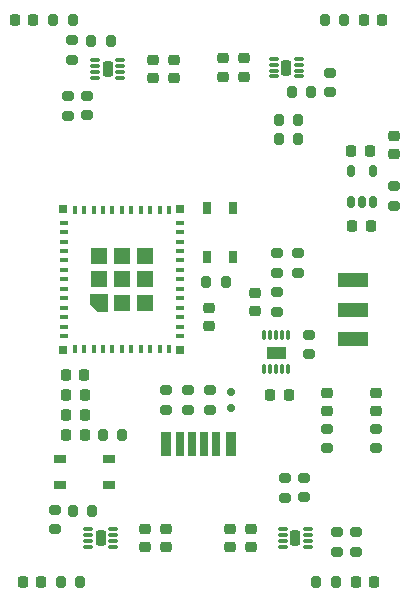
<source format=gbr>
%TF.GenerationSoftware,KiCad,Pcbnew,8.0.2*%
%TF.CreationDate,2024-08-19T18:08:16-05:00*%
%TF.ProjectId,tank,74616e6b-2e6b-4696-9361-645f70636258,rev?*%
%TF.SameCoordinates,Original*%
%TF.FileFunction,Paste,Top*%
%TF.FilePolarity,Positive*%
%FSLAX46Y46*%
G04 Gerber Fmt 4.6, Leading zero omitted, Abs format (unit mm)*
G04 Created by KiCad (PCBNEW 8.0.2) date 2024-08-19 18:08:16*
%MOMM*%
%LPD*%
G01*
G04 APERTURE LIST*
G04 Aperture macros list*
%AMRoundRect*
0 Rectangle with rounded corners*
0 $1 Rounding radius*
0 $2 $3 $4 $5 $6 $7 $8 $9 X,Y pos of 4 corners*
0 Add a 4 corners polygon primitive as box body*
4,1,4,$2,$3,$4,$5,$6,$7,$8,$9,$2,$3,0*
0 Add four circle primitives for the rounded corners*
1,1,$1+$1,$2,$3*
1,1,$1+$1,$4,$5*
1,1,$1+$1,$6,$7*
1,1,$1+$1,$8,$9*
0 Add four rect primitives between the rounded corners*
20,1,$1+$1,$2,$3,$4,$5,0*
20,1,$1+$1,$4,$5,$6,$7,0*
20,1,$1+$1,$6,$7,$8,$9,0*
20,1,$1+$1,$8,$9,$2,$3,0*%
G04 Aperture macros list end*
%ADD10C,0.010000*%
%ADD11R,1.050000X0.650000*%
%ADD12R,0.650000X1.050000*%
%ADD13RoundRect,0.200000X-0.200000X-0.275000X0.200000X-0.275000X0.200000X0.275000X-0.200000X0.275000X0*%
%ADD14RoundRect,0.200000X-0.275000X0.200000X-0.275000X-0.200000X0.275000X-0.200000X0.275000X0.200000X0*%
%ADD15RoundRect,0.200000X0.275000X-0.200000X0.275000X0.200000X-0.275000X0.200000X-0.275000X-0.200000X0*%
%ADD16RoundRect,0.200000X0.200000X0.275000X-0.200000X0.275000X-0.200000X-0.275000X0.200000X-0.275000X0*%
%ADD17RoundRect,0.225000X-0.225000X-0.250000X0.225000X-0.250000X0.225000X0.250000X-0.225000X0.250000X0*%
%ADD18RoundRect,0.225000X0.250000X-0.225000X0.250000X0.225000X-0.250000X0.225000X-0.250000X-0.225000X0*%
%ADD19RoundRect,0.075000X-0.340000X-0.075000X0.340000X-0.075000X0.340000X0.075000X-0.340000X0.075000X0*%
%ADD20RoundRect,0.225000X-0.225000X-0.425000X0.225000X-0.425000X0.225000X0.425000X-0.225000X0.425000X0*%
%ADD21RoundRect,0.175000X-0.175000X-0.325000X0.175000X-0.325000X0.175000X0.325000X-0.175000X0.325000X0*%
%ADD22R,0.400000X0.800000*%
%ADD23R,0.800000X0.400000*%
%ADD24R,1.450000X1.450000*%
%ADD25R,0.700000X0.700000*%
%ADD26RoundRect,0.218750X-0.256250X0.218750X-0.256250X-0.218750X0.256250X-0.218750X0.256250X0.218750X0*%
%ADD27RoundRect,0.225000X0.225000X0.250000X-0.225000X0.250000X-0.225000X-0.250000X0.225000X-0.250000X0*%
%ADD28RoundRect,0.225000X-0.250000X0.225000X-0.250000X-0.225000X0.250000X-0.225000X0.250000X0.225000X0*%
%ADD29R,0.700000X2.000000*%
%ADD30R,0.800000X2.000000*%
%ADD31R,0.900000X2.000000*%
%ADD32RoundRect,0.075000X0.340000X0.075000X-0.340000X0.075000X-0.340000X-0.075000X0.340000X-0.075000X0*%
%ADD33RoundRect,0.225000X0.225000X0.425000X-0.225000X0.425000X-0.225000X-0.425000X0.225000X-0.425000X0*%
%ADD34R,2.500000X1.200000*%
%ADD35RoundRect,0.150000X-0.200000X0.150000X-0.200000X-0.150000X0.200000X-0.150000X0.200000X0.150000X0*%
%ADD36RoundRect,0.075400X-0.054600X-0.344600X0.054600X-0.344600X0.054600X0.344600X-0.054600X0.344600X0*%
G04 APERTURE END LIST*
D10*
%TO.C,U5*%
X177182800Y-112695000D02*
X176332800Y-112695000D01*
X175732800Y-112095000D01*
X175732800Y-111245000D01*
X177182800Y-111245000D01*
X177182800Y-112695000D01*
G36*
X177182800Y-112695000D02*
G01*
X176332800Y-112695000D01*
X175732800Y-112095000D01*
X175732800Y-111245000D01*
X177182800Y-111245000D01*
X177182800Y-112695000D01*
G37*
%TO.C,U7*%
X192233888Y-116680858D02*
X190732600Y-116680858D01*
X190732600Y-115680000D01*
X192233888Y-115680000D01*
X192233888Y-116680858D01*
G36*
X192233888Y-116680858D02*
G01*
X190732600Y-116680858D01*
X190732600Y-115680000D01*
X192233888Y-115680000D01*
X192233888Y-116680858D01*
G37*
%TD*%
D11*
%TO.C,S3*%
X173210400Y-125213800D03*
X177360400Y-125213800D03*
X177360400Y-127363800D03*
X173210400Y-127363800D03*
%TD*%
D12*
%TO.C,S2*%
X185665800Y-108069200D03*
X185665800Y-103919200D03*
X187815800Y-103919200D03*
X187815800Y-108069200D03*
%TD*%
D13*
%TO.C,R30*%
X191707000Y-96469200D03*
X193357000Y-96469200D03*
%TD*%
D14*
%TO.C,R29*%
X192227200Y-126835400D03*
X192227200Y-128485400D03*
%TD*%
%TO.C,R28*%
X193852800Y-126810000D03*
X193852800Y-128460000D03*
%TD*%
D15*
%TO.C,R27*%
X175509400Y-96112600D03*
X175509400Y-94462600D03*
%TD*%
%TO.C,R26*%
X173913800Y-96125800D03*
X173913800Y-94475800D03*
%TD*%
D16*
%TO.C,R10*%
X193357000Y-98069400D03*
X191707000Y-98069400D03*
%TD*%
D17*
%TO.C,D4*%
X169392000Y-88036400D03*
X170942000Y-88036400D03*
%TD*%
D18*
%TO.C,C2*%
X187028400Y-92838000D03*
X187028400Y-91288000D03*
%TD*%
D13*
%TO.C,R12*%
X174891200Y-135610600D03*
X173241200Y-135610600D03*
%TD*%
D15*
%TO.C,R5*%
X172745400Y-129502400D03*
X172745400Y-131152400D03*
%TD*%
D14*
%TO.C,R3*%
X196037200Y-92520000D03*
X196037200Y-94170000D03*
%TD*%
%TO.C,R22*%
X194310000Y-114682000D03*
X194310000Y-116332000D03*
%TD*%
D17*
%TO.C,C15*%
X197853000Y-99085400D03*
X199403000Y-99085400D03*
%TD*%
D19*
%TO.C,U4*%
X192040800Y-131164200D03*
X192040800Y-131664200D03*
X192040800Y-132164200D03*
X192040800Y-132664200D03*
X194170800Y-132664200D03*
X194170800Y-132164200D03*
X194170800Y-131664200D03*
X194170800Y-131164200D03*
D20*
X193115800Y-131914200D03*
%TD*%
D16*
%TO.C,R9*%
X178472600Y-123190000D03*
X176822600Y-123190000D03*
%TD*%
D21*
%TO.C,U6*%
X197820200Y-103458800D03*
X198770200Y-103458800D03*
X199720200Y-103458800D03*
X199720200Y-100858800D03*
X197820200Y-100858800D03*
%TD*%
D14*
%TO.C,R25*%
X201514200Y-102097800D03*
X201514200Y-103747800D03*
%TD*%
D15*
%TO.C,TH1*%
X191542800Y-109448600D03*
X191542800Y-107798600D03*
%TD*%
D18*
%TO.C,C4*%
X188806400Y-92838000D03*
X188806400Y-91288000D03*
%TD*%
%TO.C,C8*%
X189344800Y-132677200D03*
X189344800Y-131127200D03*
%TD*%
D22*
%TO.C,U5*%
X174432800Y-115895000D03*
X175232800Y-115895000D03*
X176032800Y-115895000D03*
X176832800Y-115895000D03*
X177632800Y-115895000D03*
X178432800Y-115895000D03*
X179232800Y-115895000D03*
X180032800Y-115895000D03*
X180832800Y-115895000D03*
X181632800Y-115895000D03*
X182432800Y-115895000D03*
D23*
X183332800Y-114795000D03*
X183332800Y-113995000D03*
X183332800Y-113195000D03*
X183332800Y-112395000D03*
X183332800Y-111595000D03*
X183332800Y-110795000D03*
X183332800Y-109995000D03*
X183332800Y-109195000D03*
X183332800Y-108395000D03*
X183332800Y-107595000D03*
X183332800Y-106795000D03*
X183332800Y-105995000D03*
X183332800Y-105195000D03*
D22*
X182432800Y-104095000D03*
X181632800Y-104095000D03*
X180832800Y-104095000D03*
X180032800Y-104095000D03*
X179232800Y-104095000D03*
X178432800Y-104095000D03*
X177632800Y-104095000D03*
X176832800Y-104095000D03*
X176032800Y-104095000D03*
X175232800Y-104095000D03*
X174432800Y-104095000D03*
D23*
X173532800Y-105195000D03*
X173532800Y-105995000D03*
X173532800Y-106795000D03*
X173532800Y-107595000D03*
X173532800Y-108395000D03*
X173532800Y-109195000D03*
X173532800Y-109995000D03*
X173532800Y-110795000D03*
X173532800Y-111595000D03*
X173532800Y-112395000D03*
X173532800Y-113195000D03*
X173532800Y-113995000D03*
X173532800Y-114795000D03*
D24*
X178432800Y-111970000D03*
X180407800Y-111970000D03*
X176457800Y-109995000D03*
X178432800Y-109995000D03*
X180407800Y-109995000D03*
X176457800Y-108020000D03*
X178432800Y-108020000D03*
X180407800Y-108020000D03*
D25*
X173482800Y-104045000D03*
X183382800Y-104045000D03*
X183382800Y-115945000D03*
X173482800Y-115945000D03*
%TD*%
D26*
%TO.C,D6*%
X201514200Y-97815300D03*
X201514200Y-99390300D03*
%TD*%
D13*
%TO.C,R15*%
X172644000Y-88036400D03*
X174294000Y-88036400D03*
%TD*%
D19*
%TO.C,U2*%
X191287400Y-91313000D03*
X191287400Y-91813000D03*
X191287400Y-92313000D03*
X191287400Y-92813000D03*
X193417400Y-92813000D03*
X193417400Y-92313000D03*
X193417400Y-91813000D03*
X193417400Y-91313000D03*
D20*
X192362400Y-92063000D03*
%TD*%
D16*
%TO.C,R4*%
X194457400Y-94095000D03*
X192807400Y-94095000D03*
%TD*%
D14*
%TO.C,R23*%
X191541400Y-111100600D03*
X191541400Y-112750600D03*
%TD*%
D17*
%TO.C,C16*%
X190995000Y-119786400D03*
X192545000Y-119786400D03*
%TD*%
D27*
%TO.C,C12*%
X175273000Y-121513600D03*
X173723000Y-121513600D03*
%TD*%
D14*
%TO.C,R7*%
X196621400Y-131407400D03*
X196621400Y-133057400D03*
%TD*%
D28*
%TO.C,D9*%
X195808600Y-119621000D03*
X195808600Y-121171000D03*
%TD*%
D16*
%TO.C,R14*%
X197243200Y-88036400D03*
X195593200Y-88036400D03*
%TD*%
D28*
%TO.C,C7*%
X180416200Y-132664200D03*
X180416200Y-131114200D03*
%TD*%
D17*
%TO.C,C14*%
X197945200Y-105460800D03*
X199495200Y-105460800D03*
%TD*%
D13*
%TO.C,R6*%
X175907200Y-129603200D03*
X174257200Y-129603200D03*
%TD*%
D29*
%TO.C,P1*%
X184412000Y-123950600D03*
D30*
X183392000Y-123950600D03*
D31*
X182162000Y-123950600D03*
D29*
X185412000Y-123950600D03*
D30*
X186432000Y-123950600D03*
D31*
X187662000Y-123950600D03*
%TD*%
D15*
%TO.C,R17*%
X185877200Y-121043200D03*
X185877200Y-119393200D03*
%TD*%
D28*
%TO.C,C3*%
X181043000Y-91380200D03*
X181043000Y-92930200D03*
%TD*%
D32*
%TO.C,U1*%
X178308000Y-92905200D03*
X178308000Y-92405200D03*
X178308000Y-91905200D03*
X178308000Y-91405200D03*
X176178000Y-91405200D03*
X176178000Y-91905200D03*
X176178000Y-92405200D03*
X176178000Y-92905200D03*
D33*
X177233000Y-92155200D03*
%TD*%
D16*
%TO.C,R13*%
X196544400Y-135610600D03*
X194894400Y-135610600D03*
%TD*%
D15*
%TO.C,R1*%
X174244000Y-91401400D03*
X174244000Y-89751400D03*
%TD*%
D28*
%TO.C,C5*%
X182194200Y-132664200D03*
X182194200Y-131114200D03*
%TD*%
D17*
%TO.C,D1*%
X171615400Y-135620000D03*
X170065400Y-135620000D03*
%TD*%
D27*
%TO.C,D2*%
X199796400Y-135610600D03*
X198246400Y-135610600D03*
%TD*%
D28*
%TO.C,C1*%
X182821000Y-91380200D03*
X182821000Y-92930200D03*
%TD*%
D15*
%TO.C,R20*%
X199974200Y-124294400D03*
X199974200Y-122644400D03*
%TD*%
D14*
%TO.C,R24*%
X193344800Y-107798600D03*
X193344800Y-109448600D03*
%TD*%
D15*
%TO.C,R18*%
X184023000Y-121043200D03*
X184023000Y-119393200D03*
%TD*%
D27*
%TO.C,C11*%
X175247600Y-118110000D03*
X173697600Y-118110000D03*
%TD*%
D34*
%TO.C,S1*%
X197986200Y-115072800D03*
X197986200Y-112572800D03*
X197986200Y-110072800D03*
%TD*%
D35*
%TO.C,D5*%
X187655200Y-120918200D03*
X187655200Y-119518200D03*
%TD*%
D18*
%TO.C,C6*%
X187566800Y-132662200D03*
X187566800Y-131112200D03*
%TD*%
D15*
%TO.C,R21*%
X195808600Y-124306600D03*
X195808600Y-122656600D03*
%TD*%
D28*
%TO.C,D8*%
X199974200Y-119621000D03*
X199974200Y-121171000D03*
%TD*%
D27*
%TO.C,C10*%
X175285400Y-123190000D03*
X173735400Y-123190000D03*
%TD*%
%TO.C,D3*%
X200495200Y-88061800D03*
X198945200Y-88061800D03*
%TD*%
D36*
%TO.C,U7*%
X190482600Y-117615000D03*
X190982600Y-117615000D03*
X191482600Y-117615000D03*
X191982600Y-117615000D03*
X192482600Y-117615000D03*
X192482600Y-114745000D03*
X191982600Y-114745000D03*
X191482600Y-114745000D03*
X190982600Y-114745000D03*
X190482600Y-114745000D03*
%TD*%
D18*
%TO.C,C17*%
X189738000Y-112700600D03*
X189738000Y-111150600D03*
%TD*%
D13*
%TO.C,R11*%
X185585600Y-110236000D03*
X187235600Y-110236000D03*
%TD*%
D15*
%TO.C,R16*%
X182143400Y-121043200D03*
X182143400Y-119393200D03*
%TD*%
%TO.C,R8*%
X198247000Y-133057400D03*
X198247000Y-131407400D03*
%TD*%
D13*
%TO.C,R2*%
X175857400Y-89814400D03*
X177507400Y-89814400D03*
%TD*%
D27*
%TO.C,C9*%
X175273000Y-119786400D03*
X173723000Y-119786400D03*
%TD*%
D33*
%TO.C,U3*%
X176645200Y-131877200D03*
D32*
X175590200Y-132627200D03*
X175590200Y-132127200D03*
X175590200Y-131627200D03*
X175590200Y-131127200D03*
X177720200Y-131127200D03*
X177720200Y-131627200D03*
X177720200Y-132127200D03*
X177720200Y-132627200D03*
%TD*%
D28*
%TO.C,C13*%
X185826400Y-112382000D03*
X185826400Y-113932000D03*
%TD*%
M02*

</source>
